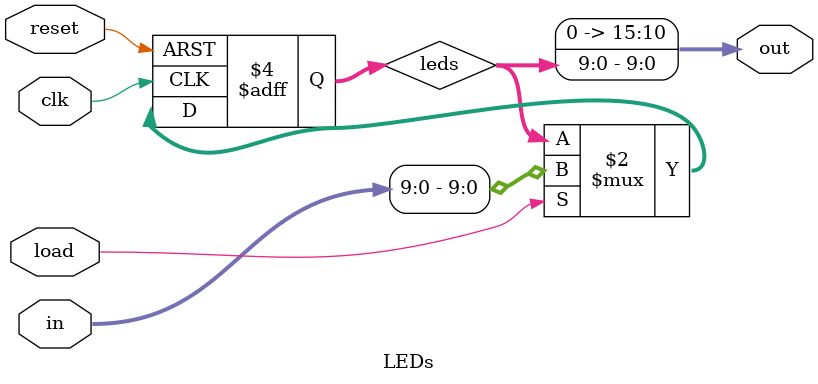
<source format=v>
`ifndef LEDS_V
`define LEDS_V

module LEDs (
    input clk,
    input [15:0] in,
    input load, reset,
    output [15:0] out
);

    reg [9:0] leds;

    always @(posedge clk or posedge reset) begin
			if (reset) leds <= 10'b0;
			else if (load) begin
				leds <= in[9:0];          // ← Load value only when requested
			end
    end

    assign out = {6'b0, leds};        // Output 16 bits, upper 6 bits are zero

endmodule
`endif

</source>
